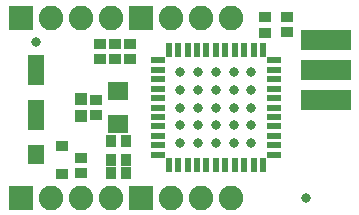
<source format=gbr>
G04 EAGLE Gerber RS-274X export*
G75*
%MOMM*%
%FSLAX34Y34*%
%LPD*%
%INSoldermask Top*%
%IPPOS*%
%AMOC8*
5,1,8,0,0,1.08239X$1,22.5*%
G01*
%ADD10R,1.103200X0.903200*%
%ADD11R,1.803200X1.603200*%
%ADD12R,0.903200X1.103200*%
%ADD13R,1.473200X0.838200*%
%ADD14R,2.082800X2.082800*%
%ADD15C,2.082800*%
%ADD16R,4.267200X1.727200*%
%ADD17R,1.003200X1.003200*%
%ADD18R,1.203200X0.563200*%
%ADD19R,0.563200X1.203200*%
%ADD20C,0.803200*%
%ADD21R,1.033200X0.833200*%
%ADD22C,0.838200*%


D10*
X104775Y143025D03*
X104775Y130025D03*
X76200Y95400D03*
X76200Y82400D03*
D11*
X95250Y74900D03*
X95250Y102900D03*
D12*
X88750Y44450D03*
X101750Y44450D03*
D10*
X92075Y143025D03*
X92075Y130025D03*
D13*
X25400Y74422D03*
X25400Y82550D03*
X25400Y90678D03*
D14*
X12700Y165100D03*
D15*
X38100Y165100D03*
X63500Y165100D03*
X88900Y165100D03*
D14*
X114300Y165100D03*
D15*
X139700Y165100D03*
X165100Y165100D03*
X190500Y165100D03*
D13*
X25400Y128778D03*
X25400Y120650D03*
X25400Y112522D03*
D10*
X238379Y165758D03*
X238379Y152758D03*
X219710Y165250D03*
X219710Y152250D03*
D16*
X270764Y95504D03*
X270764Y120904D03*
X270764Y146304D03*
D17*
X63500Y81400D03*
X63500Y96400D03*
D12*
X88750Y60452D03*
X101750Y60452D03*
D18*
X226800Y88900D03*
X226800Y96900D03*
X226800Y104900D03*
X226800Y112900D03*
X226800Y120900D03*
X226800Y128900D03*
X226800Y48900D03*
X226800Y56900D03*
X226800Y64900D03*
X226800Y72900D03*
X226800Y80900D03*
D19*
X177800Y137900D03*
X169800Y137900D03*
X161800Y137900D03*
X153800Y137900D03*
X145800Y137900D03*
X137800Y137900D03*
X217800Y137900D03*
X209800Y137900D03*
X201800Y137900D03*
X193800Y137900D03*
X185800Y137900D03*
D18*
X128800Y88900D03*
X128800Y80900D03*
X128800Y72900D03*
X128800Y64900D03*
X128800Y56900D03*
X128800Y48900D03*
X128800Y128900D03*
X128800Y120900D03*
X128800Y112900D03*
X128800Y104900D03*
X128800Y96900D03*
D19*
X177800Y39900D03*
X185800Y39900D03*
X193800Y39900D03*
X201800Y39900D03*
X209800Y39900D03*
X217800Y39900D03*
X137800Y39900D03*
X145800Y39900D03*
X153800Y39900D03*
X161800Y39900D03*
X169800Y39900D03*
D20*
X147800Y118900D03*
X147800Y103900D03*
X147800Y88900D03*
X147800Y73900D03*
X147800Y58900D03*
X162800Y118900D03*
X162800Y103900D03*
X162800Y88900D03*
X162800Y73900D03*
X162800Y58900D03*
X177800Y118900D03*
X177800Y103900D03*
X177800Y88900D03*
X177800Y73900D03*
X177800Y58900D03*
X192800Y118900D03*
X192800Y103900D03*
X192800Y88900D03*
X192800Y73900D03*
X192800Y58900D03*
X207800Y118900D03*
X207800Y103900D03*
X207800Y88900D03*
X207800Y73900D03*
X207800Y58900D03*
D13*
X25400Y53332D03*
X25400Y45094D03*
D21*
X47625Y55950D03*
X47625Y32950D03*
D10*
X63500Y46188D03*
X63500Y33188D03*
X79375Y130025D03*
X79375Y143025D03*
D14*
X114300Y12700D03*
D15*
X139700Y12700D03*
X165100Y12700D03*
X190500Y12700D03*
D14*
X12700Y12700D03*
D15*
X38100Y12700D03*
X63500Y12700D03*
X88900Y12700D03*
D12*
X88750Y33339D03*
X101750Y33339D03*
D22*
X254000Y12700D03*
X25400Y144780D03*
M02*

</source>
